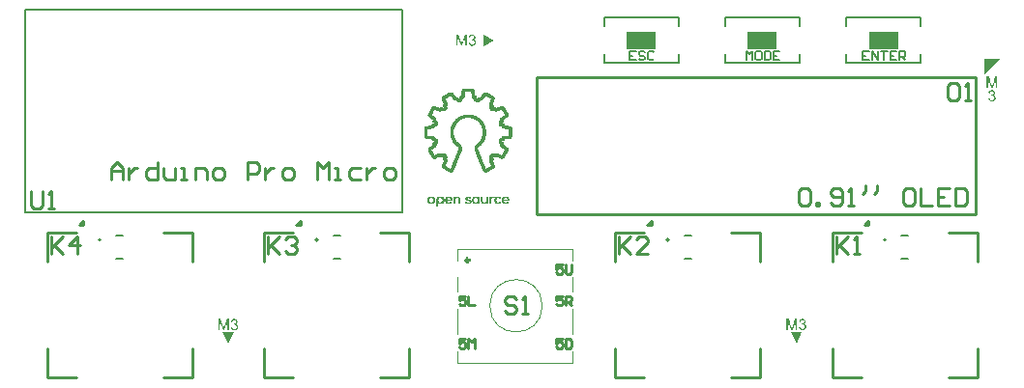
<source format=gto>
G04 Layer_Color=65535*
%FSLAX25Y25*%
%MOIN*%
G70*
G01*
G75*
%ADD11C,0.01000*%
%ADD25C,0.00787*%
%ADD26C,0.00394*%
%ADD27C,0.01181*%
%ADD28C,0.00100*%
%ADD29C,0.00700*%
%ADD30C,0.00500*%
%ADD31C,0.00433*%
%ADD32R,0.09842X0.05905*%
G36*
X301431Y272518D02*
X297624Y270625D01*
Y274416D01*
X301431Y272518D01*
D02*
G37*
G36*
X291985Y270703D02*
X291496D01*
Y273917D01*
X290375Y270703D01*
X289920D01*
X288810Y273972D01*
Y270703D01*
X288322D01*
Y274544D01*
X289082D01*
X289992Y271819D01*
Y271813D01*
X289998Y271802D01*
X290003Y271785D01*
X290015Y271758D01*
X290037Y271691D01*
X290065Y271608D01*
X290092Y271513D01*
X290125Y271419D01*
X290153Y271330D01*
X290176Y271252D01*
X290181Y271264D01*
X290187Y271291D01*
X290203Y271341D01*
X290225Y271408D01*
X290253Y271497D01*
X290292Y271602D01*
X290331Y271724D01*
X290381Y271869D01*
X291302Y274544D01*
X291985D01*
Y270703D01*
D02*
G37*
G36*
X293938Y274555D02*
X294010Y274544D01*
X294099Y274527D01*
X294199Y274499D01*
X294299Y274466D01*
X294399Y274422D01*
X294405D01*
X294410Y274416D01*
X294443Y274399D01*
X294493Y274366D01*
X294549Y274327D01*
X294616Y274272D01*
X294682Y274211D01*
X294749Y274138D01*
X294804Y274055D01*
X294810Y274044D01*
X294826Y274016D01*
X294849Y273966D01*
X294876Y273905D01*
X294904Y273833D01*
X294926Y273750D01*
X294943Y273656D01*
X294949Y273561D01*
Y273550D01*
Y273517D01*
X294943Y273472D01*
X294932Y273411D01*
X294915Y273339D01*
X294887Y273262D01*
X294854Y273184D01*
X294810Y273106D01*
X294804Y273095D01*
X294788Y273073D01*
X294754Y273034D01*
X294710Y272990D01*
X294654Y272940D01*
X294588Y272884D01*
X294510Y272834D01*
X294416Y272784D01*
X294421D01*
X294432Y272779D01*
X294449Y272773D01*
X294471Y272768D01*
X294532Y272745D01*
X294610Y272712D01*
X294699Y272668D01*
X294788Y272612D01*
X294871Y272540D01*
X294949Y272457D01*
X294954Y272446D01*
X294976Y272412D01*
X295009Y272357D01*
X295043Y272285D01*
X295076Y272196D01*
X295109Y272091D01*
X295132Y271968D01*
X295137Y271835D01*
Y271830D01*
Y271813D01*
Y271785D01*
X295132Y271752D01*
X295126Y271708D01*
X295115Y271658D01*
X295104Y271602D01*
X295093Y271541D01*
X295048Y271408D01*
X295015Y271336D01*
X294982Y271269D01*
X294937Y271197D01*
X294887Y271125D01*
X294832Y271053D01*
X294765Y270986D01*
X294760Y270981D01*
X294749Y270970D01*
X294726Y270953D01*
X294699Y270931D01*
X294665Y270903D01*
X294621Y270875D01*
X294571Y270842D01*
X294510Y270814D01*
X294449Y270781D01*
X294377Y270747D01*
X294305Y270720D01*
X294221Y270692D01*
X294133Y270670D01*
X294038Y270653D01*
X293944Y270642D01*
X293839Y270637D01*
X293789D01*
X293755Y270642D01*
X293711Y270648D01*
X293661Y270653D01*
X293605Y270664D01*
X293544Y270675D01*
X293411Y270709D01*
X293272Y270764D01*
X293200Y270797D01*
X293134Y270836D01*
X293067Y270886D01*
X293000Y270936D01*
X292995Y270942D01*
X292984Y270953D01*
X292967Y270970D01*
X292951Y270992D01*
X292923Y271019D01*
X292895Y271058D01*
X292862Y271097D01*
X292828Y271147D01*
X292795Y271203D01*
X292762Y271258D01*
X292701Y271391D01*
X292651Y271547D01*
X292634Y271630D01*
X292623Y271719D01*
X293095Y271780D01*
Y271774D01*
X293100Y271763D01*
X293106Y271741D01*
X293111Y271713D01*
X293117Y271680D01*
X293128Y271641D01*
X293156Y271558D01*
X293195Y271458D01*
X293245Y271363D01*
X293300Y271275D01*
X293367Y271197D01*
X293378Y271191D01*
X293400Y271169D01*
X293444Y271142D01*
X293500Y271114D01*
X293566Y271080D01*
X293650Y271053D01*
X293744Y271030D01*
X293844Y271025D01*
X293877D01*
X293899Y271030D01*
X293961Y271036D01*
X294038Y271053D01*
X294127Y271080D01*
X294221Y271119D01*
X294316Y271175D01*
X294405Y271252D01*
X294416Y271264D01*
X294443Y271297D01*
X294477Y271347D01*
X294521Y271413D01*
X294566Y271497D01*
X294599Y271591D01*
X294627Y271702D01*
X294638Y271824D01*
Y271830D01*
Y271841D01*
Y271858D01*
X294632Y271880D01*
X294627Y271941D01*
X294610Y272013D01*
X294588Y272102D01*
X294549Y272190D01*
X294493Y272279D01*
X294421Y272362D01*
X294410Y272374D01*
X294382Y272396D01*
X294338Y272429D01*
X294277Y272468D01*
X294199Y272507D01*
X294105Y272540D01*
X293999Y272562D01*
X293883Y272573D01*
X293833D01*
X293794Y272568D01*
X293744Y272562D01*
X293689Y272551D01*
X293622Y272540D01*
X293550Y272523D01*
X293605Y272940D01*
X293633D01*
X293655Y272934D01*
X293727D01*
X293789Y272945D01*
X293861Y272956D01*
X293944Y272973D01*
X294038Y273001D01*
X294127Y273040D01*
X294221Y273090D01*
X294227D01*
X294233Y273095D01*
X294260Y273117D01*
X294299Y273156D01*
X294343Y273206D01*
X294388Y273278D01*
X294427Y273361D01*
X294455Y273456D01*
X294466Y273511D01*
Y273572D01*
Y273578D01*
Y273584D01*
Y273617D01*
X294455Y273661D01*
X294443Y273722D01*
X294421Y273789D01*
X294393Y273861D01*
X294349Y273933D01*
X294288Y274000D01*
X294283Y274005D01*
X294255Y274027D01*
X294216Y274055D01*
X294166Y274089D01*
X294099Y274116D01*
X294022Y274144D01*
X293933Y274166D01*
X293833Y274172D01*
X293789D01*
X293739Y274161D01*
X293672Y274150D01*
X293600Y274127D01*
X293528Y274100D01*
X293450Y274055D01*
X293378Y274000D01*
X293372Y273994D01*
X293350Y273966D01*
X293317Y273928D01*
X293278Y273872D01*
X293239Y273800D01*
X293200Y273711D01*
X293167Y273606D01*
X293145Y273484D01*
X292673Y273567D01*
Y273572D01*
X292678Y273589D01*
X292684Y273611D01*
X292690Y273644D01*
X292701Y273683D01*
X292717Y273728D01*
X292751Y273833D01*
X292806Y273955D01*
X292873Y274077D01*
X292956Y274194D01*
X293061Y274299D01*
X293067Y274305D01*
X293078Y274311D01*
X293095Y274322D01*
X293117Y274338D01*
X293145Y274360D01*
X293184Y274383D01*
X293222Y274405D01*
X293272Y274433D01*
X293383Y274477D01*
X293511Y274521D01*
X293661Y274549D01*
X293739Y274560D01*
X293877D01*
X293938Y274555D01*
D02*
G37*
G36*
X473084Y255403D02*
X473156Y255392D01*
X473245Y255376D01*
X473345Y255348D01*
X473445Y255315D01*
X473545Y255270D01*
X473550D01*
X473556Y255265D01*
X473589Y255248D01*
X473639Y255215D01*
X473695Y255176D01*
X473761Y255120D01*
X473828Y255059D01*
X473895Y254987D01*
X473950Y254904D01*
X473956Y254893D01*
X473972Y254865D01*
X473994Y254815D01*
X474022Y254754D01*
X474050Y254682D01*
X474072Y254599D01*
X474089Y254504D01*
X474094Y254410D01*
Y254399D01*
Y254365D01*
X474089Y254321D01*
X474078Y254260D01*
X474061Y254188D01*
X474033Y254110D01*
X474000Y254032D01*
X473956Y253955D01*
X473950Y253944D01*
X473933Y253922D01*
X473900Y253883D01*
X473856Y253838D01*
X473800Y253788D01*
X473734Y253733D01*
X473656Y253683D01*
X473561Y253633D01*
X473567D01*
X473578Y253627D01*
X473595Y253622D01*
X473617Y253616D01*
X473678Y253594D01*
X473756Y253561D01*
X473845Y253516D01*
X473933Y253461D01*
X474017Y253389D01*
X474094Y253306D01*
X474100Y253294D01*
X474122Y253261D01*
X474155Y253206D01*
X474189Y253133D01*
X474222Y253045D01*
X474255Y252939D01*
X474277Y252817D01*
X474283Y252684D01*
Y252678D01*
Y252662D01*
Y252634D01*
X474277Y252601D01*
X474272Y252556D01*
X474261Y252506D01*
X474250Y252451D01*
X474239Y252390D01*
X474194Y252256D01*
X474161Y252184D01*
X474128Y252118D01*
X474083Y252046D01*
X474033Y251974D01*
X473978Y251901D01*
X473911Y251835D01*
X473906Y251829D01*
X473895Y251818D01*
X473872Y251801D01*
X473845Y251779D01*
X473811Y251751D01*
X473767Y251724D01*
X473717Y251690D01*
X473656Y251663D01*
X473595Y251629D01*
X473523Y251596D01*
X473451Y251568D01*
X473367Y251541D01*
X473279Y251518D01*
X473184Y251502D01*
X473090Y251491D01*
X472984Y251485D01*
X472934D01*
X472901Y251491D01*
X472857Y251496D01*
X472807Y251502D01*
X472751Y251513D01*
X472690Y251524D01*
X472557Y251557D01*
X472418Y251613D01*
X472346Y251646D01*
X472280Y251685D01*
X472213Y251735D01*
X472146Y251785D01*
X472141Y251790D01*
X472130Y251801D01*
X472113Y251818D01*
X472096Y251840D01*
X472069Y251868D01*
X472041Y251907D01*
X472008Y251946D01*
X471974Y251996D01*
X471941Y252051D01*
X471908Y252107D01*
X471847Y252240D01*
X471797Y252395D01*
X471780Y252479D01*
X471769Y252567D01*
X472241Y252628D01*
Y252623D01*
X472246Y252612D01*
X472252Y252590D01*
X472257Y252562D01*
X472263Y252529D01*
X472274Y252490D01*
X472302Y252406D01*
X472340Y252307D01*
X472391Y252212D01*
X472446Y252123D01*
X472513Y252046D01*
X472524Y252040D01*
X472546Y252018D01*
X472590Y251990D01*
X472646Y251962D01*
X472712Y251929D01*
X472796Y251901D01*
X472890Y251879D01*
X472990Y251874D01*
X473023D01*
X473045Y251879D01*
X473106Y251885D01*
X473184Y251901D01*
X473273Y251929D01*
X473367Y251968D01*
X473462Y252023D01*
X473550Y252101D01*
X473561Y252112D01*
X473589Y252146D01*
X473623Y252196D01*
X473667Y252262D01*
X473711Y252345D01*
X473745Y252440D01*
X473772Y252551D01*
X473783Y252673D01*
Y252678D01*
Y252689D01*
Y252706D01*
X473778Y252728D01*
X473772Y252789D01*
X473756Y252861D01*
X473734Y252950D01*
X473695Y253039D01*
X473639Y253128D01*
X473567Y253211D01*
X473556Y253222D01*
X473528Y253244D01*
X473484Y253278D01*
X473423Y253317D01*
X473345Y253355D01*
X473251Y253389D01*
X473145Y253411D01*
X473029Y253422D01*
X472979D01*
X472940Y253416D01*
X472890Y253411D01*
X472834Y253400D01*
X472768Y253389D01*
X472696Y253372D01*
X472751Y253788D01*
X472779D01*
X472801Y253783D01*
X472873D01*
X472934Y253794D01*
X473006Y253805D01*
X473090Y253822D01*
X473184Y253849D01*
X473273Y253888D01*
X473367Y253938D01*
X473373D01*
X473378Y253944D01*
X473406Y253966D01*
X473445Y254005D01*
X473489Y254055D01*
X473534Y254127D01*
X473573Y254210D01*
X473600Y254305D01*
X473611Y254360D01*
Y254421D01*
Y254427D01*
Y254432D01*
Y254465D01*
X473600Y254510D01*
X473589Y254571D01*
X473567Y254638D01*
X473539Y254710D01*
X473495Y254782D01*
X473434Y254848D01*
X473428Y254854D01*
X473401Y254876D01*
X473362Y254904D01*
X473312Y254937D01*
X473245Y254965D01*
X473168Y254993D01*
X473079Y255015D01*
X472979Y255020D01*
X472934D01*
X472884Y255009D01*
X472818Y254998D01*
X472746Y254976D01*
X472674Y254948D01*
X472596Y254904D01*
X472524Y254848D01*
X472518Y254843D01*
X472496Y254815D01*
X472463Y254776D01*
X472424Y254721D01*
X472385Y254649D01*
X472346Y254560D01*
X472313Y254454D01*
X472291Y254332D01*
X471819Y254415D01*
Y254421D01*
X471824Y254438D01*
X471830Y254460D01*
X471836Y254493D01*
X471847Y254532D01*
X471863Y254576D01*
X471897Y254682D01*
X471952Y254804D01*
X472019Y254926D01*
X472102Y255043D01*
X472207Y255148D01*
X472213Y255154D01*
X472224Y255159D01*
X472241Y255170D01*
X472263Y255187D01*
X472291Y255209D01*
X472329Y255231D01*
X472368Y255254D01*
X472418Y255281D01*
X472529Y255326D01*
X472657Y255370D01*
X472807Y255398D01*
X472884Y255409D01*
X473023D01*
X473084Y255403D01*
D02*
G37*
G36*
X474857Y256177D02*
X474369D01*
Y259390D01*
X473248Y256177D01*
X472793D01*
X471683Y259446D01*
Y256177D01*
X471194D01*
Y260018D01*
X471955D01*
X472865Y257293D01*
Y257287D01*
X472870Y257276D01*
X472876Y257259D01*
X472887Y257232D01*
X472909Y257165D01*
X472937Y257082D01*
X472965Y256987D01*
X472998Y256893D01*
X473026Y256804D01*
X473048Y256727D01*
X473054Y256738D01*
X473059Y256765D01*
X473076Y256815D01*
X473098Y256882D01*
X473126Y256971D01*
X473165Y257076D01*
X473204Y257198D01*
X473253Y257343D01*
X474175Y260018D01*
X474857D01*
Y256177D01*
D02*
G37*
G36*
X470345Y260786D02*
Y266142D01*
X475707D01*
X470345Y260786D01*
D02*
G37*
G36*
X209736Y167997D02*
X207876Y171710D01*
X211601D01*
X209736Y167997D01*
D02*
G37*
G36*
X209994Y172544D02*
X209505D01*
Y175758D01*
X208384Y172544D01*
X207929D01*
X206819Y175813D01*
Y172544D01*
X206331D01*
Y176385D01*
X207091D01*
X208001Y173660D01*
Y173654D01*
X208007Y173643D01*
X208013Y173627D01*
X208024Y173599D01*
X208046Y173532D01*
X208073Y173449D01*
X208101Y173355D01*
X208135Y173260D01*
X208162Y173171D01*
X208185Y173094D01*
X208190Y173105D01*
X208196Y173133D01*
X208212Y173183D01*
X208235Y173249D01*
X208262Y173338D01*
X208301Y173443D01*
X208340Y173565D01*
X208390Y173710D01*
X209311Y176385D01*
X209994D01*
Y172544D01*
D02*
G37*
G36*
X211947Y176396D02*
X212020Y176385D01*
X212108Y176368D01*
X212208Y176340D01*
X212308Y176307D01*
X212408Y176263D01*
X212414D01*
X212419Y176257D01*
X212453Y176241D01*
X212502Y176207D01*
X212558Y176169D01*
X212625Y176113D01*
X212691Y176052D01*
X212758Y175980D01*
X212813Y175897D01*
X212819Y175885D01*
X212835Y175858D01*
X212858Y175808D01*
X212885Y175747D01*
X212913Y175674D01*
X212935Y175591D01*
X212952Y175497D01*
X212958Y175403D01*
Y175391D01*
Y175358D01*
X212952Y175314D01*
X212941Y175253D01*
X212924Y175181D01*
X212896Y175103D01*
X212863Y175025D01*
X212819Y174948D01*
X212813Y174936D01*
X212797Y174914D01*
X212763Y174875D01*
X212719Y174831D01*
X212663Y174781D01*
X212597Y174725D01*
X212519Y174676D01*
X212425Y174626D01*
X212430D01*
X212441Y174620D01*
X212458Y174615D01*
X212480Y174609D01*
X212541Y174587D01*
X212619Y174553D01*
X212708Y174509D01*
X212797Y174453D01*
X212880Y174381D01*
X212958Y174298D01*
X212963Y174287D01*
X212985Y174254D01*
X213019Y174198D01*
X213052Y174126D01*
X213085Y174037D01*
X213119Y173932D01*
X213141Y173810D01*
X213146Y173677D01*
Y173671D01*
Y173654D01*
Y173627D01*
X213141Y173593D01*
X213135Y173549D01*
X213124Y173499D01*
X213113Y173443D01*
X213102Y173382D01*
X213057Y173249D01*
X213024Y173177D01*
X212991Y173110D01*
X212946Y173038D01*
X212896Y172966D01*
X212841Y172894D01*
X212774Y172827D01*
X212769Y172822D01*
X212758Y172811D01*
X212736Y172794D01*
X212708Y172772D01*
X212674Y172744D01*
X212630Y172716D01*
X212580Y172683D01*
X212519Y172655D01*
X212458Y172622D01*
X212386Y172589D01*
X212314Y172561D01*
X212230Y172533D01*
X212142Y172511D01*
X212047Y172494D01*
X211953Y172483D01*
X211847Y172478D01*
X211798D01*
X211764Y172483D01*
X211720Y172489D01*
X211670Y172494D01*
X211614Y172505D01*
X211553Y172517D01*
X211420Y172550D01*
X211281Y172605D01*
X211209Y172639D01*
X211143Y172678D01*
X211076Y172728D01*
X211010Y172777D01*
X211004Y172783D01*
X210993Y172794D01*
X210976Y172811D01*
X210960Y172833D01*
X210932Y172861D01*
X210904Y172899D01*
X210871Y172938D01*
X210837Y172988D01*
X210804Y173044D01*
X210771Y173099D01*
X210710Y173232D01*
X210660Y173388D01*
X210643Y173471D01*
X210632Y173560D01*
X211104Y173621D01*
Y173616D01*
X211109Y173604D01*
X211115Y173582D01*
X211121Y173554D01*
X211126Y173521D01*
X211137Y173482D01*
X211165Y173399D01*
X211204Y173299D01*
X211254Y173205D01*
X211309Y173116D01*
X211376Y173038D01*
X211387Y173033D01*
X211409Y173011D01*
X211454Y172983D01*
X211509Y172955D01*
X211576Y172922D01*
X211659Y172894D01*
X211753Y172872D01*
X211853Y172866D01*
X211886D01*
X211909Y172872D01*
X211970Y172877D01*
X212047Y172894D01*
X212136Y172922D01*
X212230Y172961D01*
X212325Y173016D01*
X212414Y173094D01*
X212425Y173105D01*
X212453Y173138D01*
X212486Y173188D01*
X212530Y173255D01*
X212575Y173338D01*
X212608Y173432D01*
X212636Y173543D01*
X212647Y173665D01*
Y173671D01*
Y173682D01*
Y173699D01*
X212641Y173721D01*
X212636Y173782D01*
X212619Y173854D01*
X212597Y173943D01*
X212558Y174032D01*
X212502Y174120D01*
X212430Y174204D01*
X212419Y174215D01*
X212391Y174237D01*
X212347Y174270D01*
X212286Y174309D01*
X212208Y174348D01*
X212114Y174381D01*
X212009Y174404D01*
X211892Y174415D01*
X211842D01*
X211803Y174409D01*
X211753Y174404D01*
X211698Y174392D01*
X211631Y174381D01*
X211559Y174365D01*
X211614Y174781D01*
X211642D01*
X211664Y174775D01*
X211736D01*
X211798Y174786D01*
X211870Y174798D01*
X211953Y174814D01*
X212047Y174842D01*
X212136Y174881D01*
X212230Y174931D01*
X212236D01*
X212242Y174936D01*
X212269Y174959D01*
X212308Y174997D01*
X212353Y175047D01*
X212397Y175119D01*
X212436Y175203D01*
X212464Y175297D01*
X212475Y175353D01*
Y175414D01*
Y175419D01*
Y175425D01*
Y175458D01*
X212464Y175503D01*
X212453Y175564D01*
X212430Y175630D01*
X212403Y175702D01*
X212358Y175774D01*
X212297Y175841D01*
X212292Y175847D01*
X212264Y175869D01*
X212225Y175897D01*
X212175Y175930D01*
X212108Y175958D01*
X212031Y175985D01*
X211942Y176007D01*
X211842Y176013D01*
X211798D01*
X211748Y176002D01*
X211681Y175991D01*
X211609Y175969D01*
X211537Y175941D01*
X211459Y175897D01*
X211387Y175841D01*
X211381Y175836D01*
X211359Y175808D01*
X211326Y175769D01*
X211287Y175713D01*
X211248Y175641D01*
X211209Y175552D01*
X211176Y175447D01*
X211154Y175325D01*
X210682Y175408D01*
Y175414D01*
X210688Y175430D01*
X210693Y175452D01*
X210699Y175486D01*
X210710Y175525D01*
X210726Y175569D01*
X210760Y175674D01*
X210815Y175797D01*
X210882Y175919D01*
X210965Y176035D01*
X211070Y176141D01*
X211076Y176146D01*
X211087Y176152D01*
X211104Y176163D01*
X211126Y176180D01*
X211154Y176202D01*
X211193Y176224D01*
X211231Y176246D01*
X211281Y176274D01*
X211392Y176318D01*
X211520Y176363D01*
X211670Y176391D01*
X211748Y176402D01*
X211886D01*
X211947Y176396D01*
D02*
G37*
G36*
X405602Y167997D02*
X403743Y171710D01*
X407467D01*
X405602Y167997D01*
D02*
G37*
G36*
X405860Y172544D02*
X405372D01*
Y175758D01*
X404250Y172544D01*
X403795D01*
X402685Y175813D01*
Y172544D01*
X402197D01*
Y176385D01*
X402957D01*
X403867Y173660D01*
Y173654D01*
X403873Y173643D01*
X403879Y173627D01*
X403890Y173599D01*
X403912Y173532D01*
X403940Y173449D01*
X403967Y173355D01*
X404001Y173260D01*
X404029Y173171D01*
X404051Y173094D01*
X404056Y173105D01*
X404062Y173133D01*
X404078Y173183D01*
X404101Y173249D01*
X404128Y173338D01*
X404167Y173443D01*
X404206Y173565D01*
X404256Y173710D01*
X405177Y176385D01*
X405860D01*
Y172544D01*
D02*
G37*
G36*
X407814Y176396D02*
X407886Y176385D01*
X407974Y176368D01*
X408074Y176340D01*
X408174Y176307D01*
X408274Y176263D01*
X408280D01*
X408285Y176257D01*
X408319Y176241D01*
X408369Y176207D01*
X408424Y176169D01*
X408491Y176113D01*
X408557Y176052D01*
X408624Y175980D01*
X408679Y175897D01*
X408685Y175885D01*
X408702Y175858D01*
X408724Y175808D01*
X408751Y175747D01*
X408779Y175674D01*
X408802Y175591D01*
X408818Y175497D01*
X408824Y175403D01*
Y175391D01*
Y175358D01*
X408818Y175314D01*
X408807Y175253D01*
X408790Y175181D01*
X408763Y175103D01*
X408729Y175025D01*
X408685Y174948D01*
X408679Y174936D01*
X408663Y174914D01*
X408629Y174875D01*
X408585Y174831D01*
X408530Y174781D01*
X408463Y174725D01*
X408385Y174676D01*
X408291Y174626D01*
X408296D01*
X408308Y174620D01*
X408324Y174615D01*
X408346Y174609D01*
X408407Y174587D01*
X408485Y174553D01*
X408574Y174509D01*
X408663Y174453D01*
X408746Y174381D01*
X408824Y174298D01*
X408829Y174287D01*
X408851Y174254D01*
X408885Y174198D01*
X408918Y174126D01*
X408951Y174037D01*
X408985Y173932D01*
X409007Y173810D01*
X409012Y173677D01*
Y173671D01*
Y173654D01*
Y173627D01*
X409007Y173593D01*
X409001Y173549D01*
X408990Y173499D01*
X408979Y173443D01*
X408968Y173382D01*
X408924Y173249D01*
X408890Y173177D01*
X408857Y173110D01*
X408813Y173038D01*
X408763Y172966D01*
X408707Y172894D01*
X408640Y172827D01*
X408635Y172822D01*
X408624Y172811D01*
X408602Y172794D01*
X408574Y172772D01*
X408541Y172744D01*
X408496Y172716D01*
X408446Y172683D01*
X408385Y172655D01*
X408324Y172622D01*
X408252Y172589D01*
X408180Y172561D01*
X408097Y172533D01*
X408008Y172511D01*
X407913Y172494D01*
X407819Y172483D01*
X407714Y172478D01*
X407664D01*
X407630Y172483D01*
X407586Y172489D01*
X407536Y172494D01*
X407481Y172505D01*
X407419Y172517D01*
X407286Y172550D01*
X407148Y172605D01*
X407075Y172639D01*
X407009Y172678D01*
X406942Y172728D01*
X406876Y172777D01*
X406870Y172783D01*
X406859Y172794D01*
X406842Y172811D01*
X406826Y172833D01*
X406798Y172861D01*
X406770Y172899D01*
X406737Y172938D01*
X406704Y172988D01*
X406670Y173044D01*
X406637Y173099D01*
X406576Y173232D01*
X406526Y173388D01*
X406509Y173471D01*
X406498Y173560D01*
X406970Y173621D01*
Y173616D01*
X406976Y173604D01*
X406981Y173582D01*
X406987Y173554D01*
X406992Y173521D01*
X407003Y173482D01*
X407031Y173399D01*
X407070Y173299D01*
X407120Y173205D01*
X407175Y173116D01*
X407242Y173038D01*
X407253Y173033D01*
X407275Y173011D01*
X407320Y172983D01*
X407375Y172955D01*
X407442Y172922D01*
X407525Y172894D01*
X407619Y172872D01*
X407719Y172866D01*
X407753D01*
X407775Y172872D01*
X407836Y172877D01*
X407913Y172894D01*
X408002Y172922D01*
X408097Y172961D01*
X408191Y173016D01*
X408280Y173094D01*
X408291Y173105D01*
X408319Y173138D01*
X408352Y173188D01*
X408396Y173255D01*
X408441Y173338D01*
X408474Y173432D01*
X408502Y173543D01*
X408513Y173665D01*
Y173671D01*
Y173682D01*
Y173699D01*
X408507Y173721D01*
X408502Y173782D01*
X408485Y173854D01*
X408463Y173943D01*
X408424Y174032D01*
X408369Y174120D01*
X408296Y174204D01*
X408285Y174215D01*
X408258Y174237D01*
X408213Y174270D01*
X408152Y174309D01*
X408074Y174348D01*
X407980Y174381D01*
X407875Y174404D01*
X407758Y174415D01*
X407708D01*
X407669Y174409D01*
X407619Y174404D01*
X407564Y174392D01*
X407497Y174381D01*
X407425Y174365D01*
X407481Y174781D01*
X407508D01*
X407530Y174775D01*
X407603D01*
X407664Y174786D01*
X407736Y174798D01*
X407819Y174814D01*
X407913Y174842D01*
X408002Y174881D01*
X408097Y174931D01*
X408102D01*
X408108Y174936D01*
X408136Y174959D01*
X408174Y174997D01*
X408219Y175047D01*
X408263Y175119D01*
X408302Y175203D01*
X408330Y175297D01*
X408341Y175353D01*
Y175414D01*
Y175419D01*
Y175425D01*
Y175458D01*
X408330Y175503D01*
X408319Y175564D01*
X408296Y175630D01*
X408269Y175702D01*
X408224Y175774D01*
X408163Y175841D01*
X408158Y175847D01*
X408130Y175869D01*
X408091Y175897D01*
X408041Y175930D01*
X407974Y175958D01*
X407897Y175985D01*
X407808Y176007D01*
X407708Y176013D01*
X407664D01*
X407614Y176002D01*
X407547Y175991D01*
X407475Y175969D01*
X407403Y175941D01*
X407325Y175897D01*
X407253Y175841D01*
X407247Y175836D01*
X407225Y175808D01*
X407192Y175769D01*
X407153Y175713D01*
X407114Y175641D01*
X407075Y175552D01*
X407042Y175447D01*
X407020Y175325D01*
X406548Y175408D01*
Y175414D01*
X406554Y175430D01*
X406559Y175452D01*
X406565Y175486D01*
X406576Y175525D01*
X406593Y175569D01*
X406626Y175674D01*
X406681Y175797D01*
X406748Y175919D01*
X406831Y176035D01*
X406937Y176141D01*
X406942Y176146D01*
X406953Y176152D01*
X406970Y176163D01*
X406992Y176180D01*
X407020Y176202D01*
X407059Y176224D01*
X407098Y176246D01*
X407148Y176274D01*
X407259Y176318D01*
X407386Y176363D01*
X407536Y176391D01*
X407614Y176402D01*
X407753D01*
X407814Y176396D01*
D02*
G37*
D11*
X315945Y212598D02*
Y259842D01*
Y212598D02*
X467520D01*
Y259842D01*
X315945D02*
X467520D01*
X458011Y206202D02*
X468011D01*
X418011Y156202D02*
Y166202D01*
Y156202D02*
X428011D01*
X458011D02*
X468011D01*
Y166202D01*
X458011Y206202D02*
X468011D01*
Y196202D02*
Y206202D01*
X418011Y196202D02*
Y206202D01*
X458011D02*
X468011D01*
X458011D02*
X468011D01*
X429011Y208702D02*
X430511Y210202D01*
Y208702D02*
Y210202D01*
X429011Y208702D02*
X430511D01*
X418011Y206202D02*
X428011D01*
X429011Y208702D02*
X430511Y210202D01*
X429011Y208702D02*
X430511Y210202D01*
Y208702D02*
Y210202D01*
X429011Y208702D02*
X430511D01*
X429011D02*
X430511Y210202D01*
X468011Y196202D02*
Y206202D01*
X383208D02*
X393208D01*
X343208Y156202D02*
Y166202D01*
Y156202D02*
X353207D01*
X383208D02*
X393208D01*
Y166202D01*
X383208Y206202D02*
X393208D01*
Y196202D02*
Y206202D01*
X343208Y196202D02*
Y206202D01*
X383208D02*
X393208D01*
X383208D02*
X393208D01*
X354207Y208702D02*
X355708Y210202D01*
Y208702D02*
Y210202D01*
X354207Y208702D02*
X355708D01*
X343208Y206202D02*
X353207D01*
X354207Y208702D02*
X355708Y210202D01*
X354207Y208702D02*
X355708Y210202D01*
Y208702D02*
Y210202D01*
X354207Y208702D02*
X355708D01*
X354207D02*
X355708Y210202D01*
X393208Y196202D02*
Y206202D01*
X262144D02*
X272145D01*
X222145Y156202D02*
Y166202D01*
Y156202D02*
X232144D01*
X262144D02*
X272145D01*
Y166202D01*
X262144Y206202D02*
X272145D01*
Y196202D02*
Y206202D01*
X222145Y196202D02*
Y206202D01*
X262144D02*
X272145D01*
X262144D02*
X272145D01*
X233144Y208702D02*
X234645Y210202D01*
Y208702D02*
Y210202D01*
X233144Y208702D02*
X234645D01*
X222145Y206202D02*
X232144D01*
X233144Y208702D02*
X234645Y210202D01*
X233144Y208702D02*
X234645Y210202D01*
Y208702D02*
Y210202D01*
X233144Y208702D02*
X234645D01*
X233144D02*
X234645Y210202D01*
X272145Y196202D02*
Y206202D01*
X187341D02*
X197341D01*
X147341Y156202D02*
Y166202D01*
Y156202D02*
X157341D01*
X187341D02*
X197341D01*
Y166202D01*
X187341Y206202D02*
X197341D01*
Y196202D02*
Y206202D01*
X147341Y196202D02*
Y206202D01*
X187341D02*
X197341D01*
X187341D02*
X197341D01*
X158341Y208702D02*
X159841Y210202D01*
Y208702D02*
Y210202D01*
X158341Y208702D02*
X159841D01*
X147341Y206202D02*
X157341D01*
X158341Y208702D02*
X159841Y210202D01*
X158341Y208702D02*
X159841Y210202D01*
Y208702D02*
Y210202D01*
X158341Y208702D02*
X159841D01*
X158341D02*
X159841Y210202D01*
X197341Y196202D02*
Y206202D01*
X141732Y220565D02*
Y215567D01*
X142732Y214567D01*
X144731D01*
X145731Y215567D01*
Y220565D01*
X147730Y214567D02*
X149730D01*
X148730D01*
Y220565D01*
X147730Y219565D01*
X460676Y257967D02*
X458677D01*
X457677Y256967D01*
Y252968D01*
X458677Y251969D01*
X460676D01*
X461676Y252968D01*
Y256967D01*
X460676Y257967D01*
X463675Y251969D02*
X465675D01*
X464675D01*
Y257967D01*
X463675Y256967D01*
X148622Y204817D02*
Y198819D01*
Y200818D01*
X152621Y204817D01*
X149622Y201818D01*
X152621Y198819D01*
X157619D02*
Y204817D01*
X154620Y201818D01*
X158619D01*
X223425Y204817D02*
Y198819D01*
Y200818D01*
X227424Y204817D01*
X224425Y201818D01*
X227424Y198819D01*
X229423Y203817D02*
X230423Y204817D01*
X232422D01*
X233422Y203817D01*
Y202818D01*
X232422Y201818D01*
X231423D01*
X232422D01*
X233422Y200818D01*
Y199819D01*
X232422Y198819D01*
X230423D01*
X229423Y199819D01*
X344488Y204817D02*
Y198819D01*
Y200818D01*
X348487Y204817D01*
X345488Y201818D01*
X348487Y198819D01*
X354485D02*
X350486D01*
X354485Y202818D01*
Y203817D01*
X353485Y204817D01*
X351486D01*
X350486Y203817D01*
X419291Y204817D02*
Y198819D01*
Y200818D01*
X423290Y204817D01*
X420291Y201818D01*
X423290Y198819D01*
X425289D02*
X427289D01*
X426289D01*
Y204817D01*
X425289Y203817D01*
X309117Y183148D02*
X308117Y184148D01*
X306118D01*
X305118Y183148D01*
Y182148D01*
X306118Y181149D01*
X308117D01*
X309117Y180149D01*
Y179149D01*
X308117Y178150D01*
X306118D01*
X305118Y179149D01*
X311116Y178150D02*
X313116D01*
X312116D01*
Y184148D01*
X311116Y183148D01*
X406496Y220550D02*
X407496Y221549D01*
X409495D01*
X410495Y220550D01*
Y216551D01*
X409495Y215551D01*
X407496D01*
X406496Y216551D01*
Y220550D01*
X412494Y215551D02*
Y216551D01*
X413494D01*
Y215551D01*
X412494D01*
X417492Y216551D02*
X418492Y215551D01*
X420492D01*
X421491Y216551D01*
Y220550D01*
X420492Y221549D01*
X418492D01*
X417492Y220550D01*
Y219550D01*
X418492Y218550D01*
X421491D01*
X423491Y215551D02*
X425490D01*
X424490D01*
Y221549D01*
X423491Y220550D01*
X429489Y222549D02*
Y220550D01*
X428489Y219550D01*
X433487Y222549D02*
Y220550D01*
X432488Y219550D01*
X445483Y221549D02*
X443484D01*
X442484Y220550D01*
Y216551D01*
X443484Y215551D01*
X445483D01*
X446483Y216551D01*
Y220550D01*
X445483Y221549D01*
X448483D02*
Y215551D01*
X452481D01*
X458479Y221549D02*
X454481D01*
Y215551D01*
X458479D01*
X454481Y218550D02*
X456480D01*
X460479Y221549D02*
Y215551D01*
X463478D01*
X464477Y216551D01*
Y220550D01*
X463478Y221549D01*
X460479D01*
X169291Y224410D02*
Y228408D01*
X171291Y230408D01*
X173290Y228408D01*
Y224410D01*
Y227409D01*
X169291D01*
X175289Y228408D02*
Y224410D01*
Y226409D01*
X176289Y227409D01*
X177289Y228408D01*
X178288D01*
X185286Y230408D02*
Y224410D01*
X182287D01*
X181288Y225409D01*
Y227409D01*
X182287Y228408D01*
X185286D01*
X187285D02*
Y225409D01*
X188285Y224410D01*
X191284D01*
Y228408D01*
X193284Y224410D02*
X195283D01*
X194283D01*
Y228408D01*
X193284D01*
X198282Y224410D02*
Y228408D01*
X201281D01*
X202281Y227409D01*
Y224410D01*
X205280D02*
X207279D01*
X208279Y225409D01*
Y227409D01*
X207279Y228408D01*
X205280D01*
X204280Y227409D01*
Y225409D01*
X205280Y224410D01*
X216276D02*
Y230408D01*
X219275D01*
X220275Y229408D01*
Y227409D01*
X219275Y226409D01*
X216276D01*
X222274Y228408D02*
Y224410D01*
Y226409D01*
X223274Y227409D01*
X224273Y228408D01*
X225273D01*
X229272Y224410D02*
X231271D01*
X232271Y225409D01*
Y227409D01*
X231271Y228408D01*
X229272D01*
X228272Y227409D01*
Y225409D01*
X229272Y224410D01*
X240268D02*
Y230408D01*
X242268Y228408D01*
X244267Y230408D01*
Y224410D01*
X246266D02*
X248266D01*
X247266D01*
Y228408D01*
X246266D01*
X255263D02*
X252264D01*
X251265Y227409D01*
Y225409D01*
X252264Y224410D01*
X255263D01*
X257263Y228408D02*
Y224410D01*
Y226409D01*
X258263Y227409D01*
X259262Y228408D01*
X260262D01*
X264261Y224410D02*
X266260D01*
X267260Y225409D01*
Y227409D01*
X266260Y228408D01*
X264261D01*
X263261Y227409D01*
Y225409D01*
X264261Y224410D01*
X291469Y184251D02*
X289370D01*
Y182677D01*
X290420Y183201D01*
X290944D01*
X291469Y182677D01*
Y181627D01*
X290944Y181102D01*
X289895D01*
X289370Y181627D01*
X292519Y184251D02*
Y181102D01*
X294618D01*
X291469Y169487D02*
X289370D01*
Y167913D01*
X290420Y168438D01*
X290944D01*
X291469Y167913D01*
Y166863D01*
X290944Y166339D01*
X289895D01*
X289370Y166863D01*
X292519Y166339D02*
Y169487D01*
X293568Y168438D01*
X294618Y169487D01*
Y166339D01*
X324934Y169487D02*
X322835D01*
Y167913D01*
X323884Y168438D01*
X324409D01*
X324934Y167913D01*
Y166863D01*
X324409Y166339D01*
X323359D01*
X322835Y166863D01*
X325983Y169487D02*
Y166339D01*
X327557D01*
X328082Y166863D01*
Y168962D01*
X327557Y169487D01*
X325983D01*
X324934Y184251D02*
X322835D01*
Y182677D01*
X323884Y183201D01*
X324409D01*
X324934Y182677D01*
Y181627D01*
X324409Y181102D01*
X323359D01*
X322835Y181627D01*
X325983Y181102D02*
Y184251D01*
X327557D01*
X328082Y183726D01*
Y182677D01*
X327557Y182152D01*
X325983D01*
X327033D02*
X328082Y181102D01*
X324934Y195078D02*
X322835D01*
Y193503D01*
X323884Y194028D01*
X324409D01*
X324934Y193503D01*
Y192454D01*
X324409Y191929D01*
X323359D01*
X322835Y192454D01*
X325983Y195078D02*
Y192454D01*
X326508Y191929D01*
X327557D01*
X328082Y192454D01*
Y195078D01*
D25*
X436447Y203682D02*
G03*
X436447Y203682I-405J0D01*
G01*
X361644D02*
G03*
X361644Y203682I-405J0D01*
G01*
X240581D02*
G03*
X240581Y203682I-405J0D01*
G01*
X165778D02*
G03*
X165778Y203682I-405J0D01*
G01*
X350263Y268897D02*
X348164D01*
Y265748D01*
X350263D01*
X348164Y267322D02*
X349214D01*
X353412Y268372D02*
X352887Y268897D01*
X351837D01*
X351313Y268372D01*
Y267847D01*
X351837Y267322D01*
X352887D01*
X353412Y266798D01*
Y266273D01*
X352887Y265748D01*
X351837D01*
X351313Y266273D01*
X356560Y268372D02*
X356036Y268897D01*
X354986D01*
X354461Y268372D01*
Y266273D01*
X354986Y265748D01*
X356036D01*
X356560Y266273D01*
X388334Y265748D02*
Y268897D01*
X389384Y267847D01*
X390433Y268897D01*
Y265748D01*
X393057Y268897D02*
X392007D01*
X391483Y268372D01*
Y266273D01*
X392007Y265748D01*
X393057D01*
X393582Y266273D01*
Y268372D01*
X393057Y268897D01*
X394631D02*
Y265748D01*
X396206D01*
X396730Y266273D01*
Y268372D01*
X396206Y268897D01*
X394631D01*
X399879D02*
X397780D01*
Y265748D01*
X399879D01*
X397780Y267322D02*
X398829D01*
X430603Y268897D02*
X428504D01*
Y265748D01*
X430603D01*
X428504Y267322D02*
X429554D01*
X431653Y265748D02*
Y268897D01*
X433752Y265748D01*
Y268897D01*
X434801D02*
X436900D01*
X435851D01*
Y265748D01*
X440049Y268897D02*
X437950D01*
Y265748D01*
X440049D01*
X437950Y267322D02*
X438999D01*
X441098Y265748D02*
Y268897D01*
X442673D01*
X443197Y268372D01*
Y267322D01*
X442673Y266798D01*
X441098D01*
X442148D02*
X443197Y265748D01*
D26*
X318009Y180905D02*
G03*
X318009Y180905I-9055J0D01*
G01*
D27*
X292812Y196654D02*
G03*
X292812Y196644I-591J-5D01*
G01*
D28*
X290623Y255868D02*
X294023D01*
X290523Y255768D02*
X294123D01*
X290423Y255668D02*
X294223D01*
X290323Y255568D02*
X294323D01*
X290323Y255468D02*
X294323D01*
X290323Y255368D02*
X294323D01*
X290223Y255268D02*
X294423D01*
X290223Y255168D02*
X294423D01*
X290223Y255068D02*
X291123D01*
X293523D02*
X294423D01*
X290223Y254968D02*
X291123D01*
X293523D02*
X294423D01*
X290223Y254868D02*
X291123D01*
X293523D02*
X294423D01*
X290223Y254768D02*
X291123D01*
X293523D02*
X294423D01*
X286123Y254668D02*
X286523D01*
X290223D02*
X291123D01*
X293523D02*
X294423D01*
X298123D02*
X298523D01*
X285923Y254568D02*
X286723D01*
X290223D02*
X291023D01*
X293623D02*
X294423D01*
X297923D02*
X298723D01*
X285723Y254468D02*
X286923D01*
X290223D02*
X291023D01*
X293623D02*
X294423D01*
X297723D02*
X298923D01*
X285523Y254368D02*
X286923D01*
X290223D02*
X291023D01*
X293623D02*
X294423D01*
X297723D02*
X299123D01*
X285423Y254268D02*
X287023D01*
X290123D02*
X291023D01*
X293623D02*
X294523D01*
X297623D02*
X299223D01*
X285223Y254168D02*
X287123D01*
X290123D02*
X291023D01*
X293623D02*
X294523D01*
X297523D02*
X299423D01*
X285023Y254068D02*
X287223D01*
X290123D02*
X291023D01*
X293623D02*
X294523D01*
X297523D02*
X299623D01*
X284823Y253968D02*
X287223D01*
X290123D02*
X291023D01*
X293623D02*
X294523D01*
X297423D02*
X299823D01*
X284723Y253868D02*
X287323D01*
X290123D02*
X291023D01*
X293623D02*
X294523D01*
X297323D02*
X299923D01*
X284523Y253768D02*
X286223D01*
X286323D02*
X287423D01*
X290123D02*
X291023D01*
X293623D02*
X294523D01*
X297223D02*
X298323D01*
X298423D02*
X300123D01*
X284323Y253668D02*
X286123D01*
X286423D02*
X287423D01*
X290123D02*
X291023D01*
X293623D02*
X294523D01*
X297223D02*
X298223D01*
X298523D02*
X300323D01*
X284223Y253568D02*
X285923D01*
X286423D02*
X287523D01*
X290123D02*
X291023D01*
X293623D02*
X294523D01*
X297123D02*
X298223D01*
X298723D02*
X300423D01*
X284023Y253468D02*
X285723D01*
X286523D02*
X287623D01*
X290123D02*
X291023D01*
X293723D02*
X294523D01*
X297023D02*
X298123D01*
X298923D02*
X300623D01*
X283823Y253368D02*
X285523D01*
X286623D02*
X287623D01*
X289623D02*
X290923D01*
X293723D02*
X295023D01*
X297023D02*
X298023D01*
X299123D02*
X300823D01*
X283623Y253268D02*
X285423D01*
X286723D02*
X287723D01*
X289523D02*
X290923D01*
X293723D02*
X295123D01*
X296923D02*
X298023D01*
X299223D02*
X301023D01*
X283523Y253168D02*
X285223D01*
X286723D02*
X287823D01*
X289423D02*
X290923D01*
X293723D02*
X295223D01*
X296823D02*
X297923D01*
X299423D02*
X301123D01*
X283423Y253068D02*
X285023D01*
X286823D02*
X287923D01*
X289423D02*
X290923D01*
X293723D02*
X295223D01*
X296823D02*
X297823D01*
X299623D02*
X301223D01*
X283423Y252968D02*
X284923D01*
X286923D02*
X287923D01*
X288223D02*
X288723D01*
X289423D02*
X290823D01*
X293823D02*
X295223D01*
X295923D02*
X296423D01*
X296723D02*
X297723D01*
X299823D02*
X301223D01*
X283323Y252868D02*
X284723D01*
X286923D02*
X288823D01*
X289423D02*
X290823D01*
X293923D02*
X295223D01*
X295823D02*
X297723D01*
X299923D02*
X301323D01*
X283323Y252768D02*
X284523D01*
X287023D02*
X288823D01*
X289423D02*
X290623D01*
X294023D02*
X295223D01*
X295823D02*
X297623D01*
X300123D02*
X301323D01*
X283323Y252668D02*
X284323D01*
X287123D02*
X288923D01*
X289423D02*
X290523D01*
X294123D02*
X295223D01*
X295723D02*
X297523D01*
X300323D02*
X301323D01*
X283323Y252568D02*
X284223D01*
X287123D02*
X289023D01*
X289423D02*
X290323D01*
X294323D02*
X295223D01*
X295623D02*
X297523D01*
X300423D02*
X301323D01*
X283323Y252468D02*
X284223D01*
X287223D02*
X289023D01*
X289323D02*
X290323D01*
X294323D02*
X295323D01*
X295623D02*
X297423D01*
X300423D02*
X301323D01*
X283323Y252368D02*
X284323D01*
X287323D02*
X290323D01*
X294423D02*
X297323D01*
X300323D02*
X301323D01*
X283423Y252268D02*
X284323D01*
X287423D02*
X290223D01*
X294423D02*
X297223D01*
X300323D02*
X301223D01*
X283423Y252168D02*
X284423D01*
X287523D02*
X290223D01*
X294423D02*
X297123D01*
X300223D02*
X301223D01*
X283523Y252068D02*
X284423D01*
X287623D02*
X290123D01*
X294523D02*
X297023D01*
X300223D02*
X301123D01*
X283523Y251968D02*
X284523D01*
X288323D02*
X290123D01*
X294523D02*
X296323D01*
X300123D02*
X301123D01*
X283623Y251868D02*
X284523D01*
X288423D02*
X290023D01*
X294623D02*
X296223D01*
X300123D02*
X301023D01*
X283623Y251768D02*
X284623D01*
X288523D02*
X289923D01*
X294723D02*
X296123D01*
X300023D02*
X301023D01*
X283723Y251668D02*
X284623D01*
X288623D02*
X289723D01*
X294923D02*
X296023D01*
X300023D02*
X301023D01*
X283723Y251568D02*
X284723D01*
X288823D02*
X289323D01*
X295323D02*
X295823D01*
X299923D02*
X300923D01*
X283723Y251468D02*
X284723D01*
X299923D02*
X300923D01*
X283823Y251368D02*
X284823D01*
X299923D02*
X300823D01*
X283823Y251268D02*
X284823D01*
X299823D02*
X300823D01*
X283923Y251168D02*
X284823D01*
X299823D02*
X300723D01*
X283923Y251068D02*
X284923D01*
X299723D02*
X300723D01*
X284023Y250968D02*
X284923D01*
X299723D02*
X300623D01*
X284023Y250868D02*
X285023D01*
X299623D02*
X300623D01*
X284123Y250768D02*
X285023D01*
X299623D02*
X300523D01*
X284123Y250668D02*
X285023D01*
X299623D02*
X300523D01*
X284023Y250568D02*
X285023D01*
X299623D02*
X300623D01*
X283923Y250468D02*
X285023D01*
X299623D02*
X300723D01*
X283823Y250368D02*
X285023D01*
X299623D02*
X300823D01*
X283723Y250268D02*
X284923D01*
X299723D02*
X300923D01*
X283723Y250168D02*
X284923D01*
X299723D02*
X300923D01*
X283723Y250068D02*
X284823D01*
X299823D02*
X300923D01*
X283723Y249968D02*
X284823D01*
X299923D02*
X300923D01*
X280323Y249868D02*
X281023D01*
X283823D02*
X284823D01*
X299823D02*
X300823D01*
X303623D02*
X304323D01*
X280123Y249768D02*
X281223D01*
X283923D02*
X284823D01*
X299823D02*
X300823D01*
X303423D02*
X304523D01*
X280023Y249668D02*
X281423D01*
X283923D02*
X284923D01*
X299723D02*
X300723D01*
X303223D02*
X304623D01*
X280023Y249568D02*
X281623D01*
X284023D02*
X284923D01*
X299723D02*
X300623D01*
X303023D02*
X304623D01*
X279923Y249468D02*
X281923D01*
X282923D02*
X283423D01*
X284023D02*
X284923D01*
X299723D02*
X300623D01*
X301223D02*
X301723D01*
X302823D02*
X304723D01*
X279823Y249368D02*
X282123D01*
X282823D02*
X283523D01*
X283923D02*
X284923D01*
X299723D02*
X300723D01*
X301123D02*
X301823D01*
X302523D02*
X304823D01*
X279823Y249268D02*
X282323D01*
X282723D02*
X283723D01*
X283823D02*
X284923D01*
X299823D02*
X300823D01*
X300923D02*
X301923D01*
X302323D02*
X304823D01*
X279723Y249168D02*
X282523D01*
X282623D02*
X284823D01*
X299823D02*
X302023D01*
X302123D02*
X304923D01*
X279723Y249068D02*
X284823D01*
X299823D02*
X304923D01*
X279623Y248968D02*
X280623D01*
X280923D02*
X284723D01*
X299923D02*
X303723D01*
X304023D02*
X305023D01*
X279523Y248868D02*
X280523D01*
X281123D02*
X284623D01*
X300023D02*
X303523D01*
X304123D02*
X305123D01*
X279523Y248768D02*
X280523D01*
X281323D02*
X284523D01*
X300123D02*
X303323D01*
X304123D02*
X305123D01*
X279423Y248668D02*
X280423D01*
X281523D02*
X284423D01*
X300223D02*
X303123D01*
X304223D02*
X305223D01*
X279423Y248568D02*
X280423D01*
X281723D02*
X284323D01*
X300323D02*
X302923D01*
X304223D02*
X305223D01*
X279323Y248468D02*
X280323D01*
X281923D02*
X283223D01*
X283423D02*
X284223D01*
X300423D02*
X301223D01*
X301423D02*
X302723D01*
X304323D02*
X305323D01*
X279323Y248368D02*
X280323D01*
X282223D02*
X283123D01*
X283723D02*
X283823D01*
X300823D02*
X300923D01*
X301523D02*
X302423D01*
X304323D02*
X305323D01*
X279223Y248268D02*
X280223D01*
X282423D02*
X282823D01*
X301823D02*
X302223D01*
X304423D02*
X305423D01*
X279123Y248168D02*
X280223D01*
X304523D02*
X305523D01*
X279123Y248068D02*
X280123D01*
X304523D02*
X305523D01*
X279023Y247968D02*
X280023D01*
X304623D02*
X305623D01*
X279023Y247868D02*
X280023D01*
X304623D02*
X305623D01*
X278923Y247768D02*
X279923D01*
X304723D02*
X305723D01*
X278923Y247668D02*
X279923D01*
X304723D02*
X305723D01*
X278823Y247568D02*
X279823D01*
X304823D02*
X305823D01*
X278723Y247468D02*
X279723D01*
X304923D02*
X305923D01*
X278723Y247368D02*
X279723D01*
X304923D02*
X305923D01*
X278623Y247268D02*
X279623D01*
X305023D02*
X306023D01*
X278623Y247168D02*
X279623D01*
X305023D02*
X306023D01*
X278623Y247068D02*
X279523D01*
X305123D02*
X306023D01*
X278523Y246968D02*
X279523D01*
X291923D02*
X292823D01*
X305123D02*
X306123D01*
X278523Y246868D02*
X279623D01*
X291123D02*
X293523D01*
X305023D02*
X306123D01*
X278623Y246768D02*
X279723D01*
X290723D02*
X293923D01*
X304923D02*
X306023D01*
X278623Y246668D02*
X279923D01*
X290423D02*
X294223D01*
X304723D02*
X306023D01*
X278623Y246568D02*
X280023D01*
X290123D02*
X294523D01*
X304623D02*
X306023D01*
X278723Y246468D02*
X280223D01*
X289923D02*
X294723D01*
X304423D02*
X305923D01*
X278823Y246368D02*
X280323D01*
X289723D02*
X295023D01*
X304323D02*
X305823D01*
X278923Y246268D02*
X280423D01*
X289523D02*
X295223D01*
X304223D02*
X305723D01*
X279123Y246168D02*
X280623D01*
X289323D02*
X295323D01*
X304023D02*
X305523D01*
X279223Y246068D02*
X280723D01*
X289123D02*
X291623D01*
X293023D02*
X295523D01*
X303923D02*
X305423D01*
X279423Y245968D02*
X280923D01*
X289023D02*
X291123D01*
X293523D02*
X295623D01*
X303723D02*
X305223D01*
X279523Y245868D02*
X281023D01*
X288823D02*
X290723D01*
X293923D02*
X295823D01*
X303623D02*
X305123D01*
X279723Y245768D02*
X281123D01*
X288723D02*
X290423D01*
X294223D02*
X295923D01*
X303523D02*
X305023D01*
X279823Y245668D02*
X281123D01*
X288523D02*
X290223D01*
X294423D02*
X296123D01*
X303523D02*
X304823D01*
X279923Y245568D02*
X281223D01*
X288423D02*
X290023D01*
X294623D02*
X296223D01*
X303423D02*
X304723D01*
X280123Y245468D02*
X281223D01*
X288323D02*
X289823D01*
X294823D02*
X296323D01*
X303423D02*
X304523D01*
X280223Y245368D02*
X281223D01*
X288223D02*
X289623D01*
X295023D02*
X296423D01*
X303423D02*
X304423D01*
X280423Y245268D02*
X281223D01*
X288123D02*
X289523D01*
X295123D02*
X296523D01*
X303423D02*
X304323D01*
X280323Y245168D02*
X281223D01*
X288023D02*
X289323D01*
X295323D02*
X296623D01*
X303423D02*
X304323D01*
X280323Y245068D02*
X281223D01*
X287923D02*
X289223D01*
X295423D02*
X296723D01*
X303423D02*
X304323D01*
X280223Y244968D02*
X281323D01*
X287823D02*
X289123D01*
X295623D02*
X296823D01*
X303323D02*
X304423D01*
X280223Y244868D02*
X281423D01*
X287723D02*
X288923D01*
X295723D02*
X296923D01*
X303223D02*
X304423D01*
X280223Y244768D02*
X281523D01*
X287623D02*
X288823D01*
X295823D02*
X297023D01*
X303123D02*
X304423D01*
X280223Y244668D02*
X281623D01*
X287623D02*
X288723D01*
X295923D02*
X297023D01*
X303023D02*
X304423D01*
X280323Y244568D02*
X281623D01*
X287523D02*
X288623D01*
X296023D02*
X297123D01*
X303023D02*
X304323D01*
X280423Y244468D02*
X281723D01*
X287423D02*
X288523D01*
X296123D02*
X297223D01*
X302923D02*
X304223D01*
X280623Y244368D02*
X281723D01*
X287323D02*
X288423D01*
X296223D02*
X297323D01*
X302923D02*
X304023D01*
X280723Y244268D02*
X281723D01*
X287323D02*
X288323D01*
X296323D02*
X297323D01*
X302923D02*
X303923D01*
X280823Y244168D02*
X281723D01*
X287223D02*
X288323D01*
X296323D02*
X297423D01*
X302923D02*
X303823D01*
X280823Y244068D02*
X281723D01*
X287123D02*
X288223D01*
X296423D02*
X297523D01*
X302923D02*
X303823D01*
X280823Y243968D02*
X281723D01*
X287123D02*
X288123D01*
X296523D02*
X297523D01*
X302923D02*
X303823D01*
X280723Y243868D02*
X281723D01*
X287023D02*
X288023D01*
X296623D02*
X297623D01*
X303023D02*
X303923D01*
X280023Y243768D02*
X281623D01*
X287023D02*
X288023D01*
X296623D02*
X297623D01*
X303023D02*
X304623D01*
X279923Y243668D02*
X281623D01*
X286923D02*
X287923D01*
X296723D02*
X297723D01*
X303023D02*
X304723D01*
X279923Y243568D02*
X281623D01*
X286923D02*
X287923D01*
X296823D02*
X297723D01*
X303023D02*
X304823D01*
X279823Y243468D02*
X281523D01*
X286823D02*
X287823D01*
X296823D02*
X297823D01*
X303123D02*
X304823D01*
X279823Y243368D02*
X281523D01*
X286823D02*
X287723D01*
X296923D02*
X297823D01*
X303123D02*
X304823D01*
X279823Y243268D02*
X281423D01*
X286723D02*
X287723D01*
X296923D02*
X297923D01*
X303223D02*
X304823D01*
X279823Y243168D02*
X281323D01*
X286723D02*
X287623D01*
X297023D02*
X297923D01*
X303323D02*
X304823D01*
X278623Y243068D02*
X281123D01*
X286623D02*
X287623D01*
X297023D02*
X298023D01*
X303523D02*
X306023D01*
X277823Y242968D02*
X280723D01*
X286623D02*
X287623D01*
X297123D02*
X298023D01*
X303923D02*
X306823D01*
X277623Y242868D02*
X280623D01*
X286623D02*
X287523D01*
X297123D02*
X298023D01*
X304023D02*
X307023D01*
X277523Y242768D02*
X280623D01*
X286523D02*
X287523D01*
X297123D02*
X298023D01*
X304023D02*
X307123D01*
X277423Y242668D02*
X280523D01*
X286523D02*
X287423D01*
X297223D02*
X298123D01*
X304123D02*
X307223D01*
X277423Y242568D02*
X280523D01*
X286523D02*
X287423D01*
X297223D02*
X298123D01*
X304123D02*
X307223D01*
X277323Y242468D02*
X280323D01*
X286523D02*
X287423D01*
X297223D02*
X298123D01*
X304323D02*
X307323D01*
X277323Y242368D02*
X280223D01*
X286423D02*
X287323D01*
X297323D02*
X298223D01*
X304423D02*
X307323D01*
X277323Y242268D02*
X279423D01*
X286423D02*
X287323D01*
X297323D02*
X298223D01*
X305223D02*
X307323D01*
X277323Y242168D02*
X278323D01*
X286423D02*
X287323D01*
X297323D02*
X298223D01*
X306423D02*
X307323D01*
X277323Y242068D02*
X278223D01*
X286423D02*
X287323D01*
X297423D02*
X298223D01*
X306423D02*
X307323D01*
X277323Y241968D02*
X278223D01*
X286423D02*
X287223D01*
X297423D02*
X298323D01*
X306423D02*
X307323D01*
X277323Y241868D02*
X278223D01*
X286323D02*
X287223D01*
X297423D02*
X298323D01*
X306423D02*
X307323D01*
X277323Y241768D02*
X278223D01*
X286323D02*
X287223D01*
X297423D02*
X298323D01*
X306423D02*
X307323D01*
X277323Y241668D02*
X278223D01*
X286323D02*
X287223D01*
X297423D02*
X298323D01*
X306423D02*
X307323D01*
X277323Y241568D02*
X278223D01*
X286323D02*
X287223D01*
X297423D02*
X298323D01*
X306423D02*
X307323D01*
X277323Y241468D02*
X278223D01*
X286323D02*
X287223D01*
X297423D02*
X298323D01*
X306423D02*
X307323D01*
X277323Y241368D02*
X278223D01*
X286323D02*
X287223D01*
X297523D02*
X298323D01*
X306423D02*
X307323D01*
X277323Y241268D02*
X278223D01*
X286323D02*
X287123D01*
X297523D02*
X298323D01*
X306423D02*
X307323D01*
X277323Y241168D02*
X278223D01*
X286323D02*
X287123D01*
X297523D02*
X298323D01*
X306423D02*
X307323D01*
X277323Y241068D02*
X278223D01*
X286323D02*
X287123D01*
X297523D02*
X298323D01*
X306423D02*
X307323D01*
X277323Y240968D02*
X278223D01*
X286323D02*
X287123D01*
X297523D02*
X298323D01*
X306423D02*
X307323D01*
X277323Y240868D02*
X278223D01*
X286323D02*
X287123D01*
X297523D02*
X298323D01*
X306423D02*
X307323D01*
X277323Y240768D02*
X278223D01*
X286323D02*
X287123D01*
X297523D02*
X298323D01*
X306423D02*
X307323D01*
X277323Y240668D02*
X278223D01*
X286323D02*
X287123D01*
X297523D02*
X298323D01*
X306423D02*
X307323D01*
X277323Y240568D02*
X278223D01*
X286323D02*
X287123D01*
X297523D02*
X298323D01*
X306423D02*
X307323D01*
X277323Y240468D02*
X278223D01*
X286323D02*
X287223D01*
X297523D02*
X298323D01*
X306423D02*
X307323D01*
X277323Y240368D02*
X278223D01*
X286323D02*
X287223D01*
X297423D02*
X298323D01*
X306423D02*
X307323D01*
X277323Y240268D02*
X278223D01*
X286323D02*
X287223D01*
X297423D02*
X298323D01*
X306423D02*
X307323D01*
X277323Y240168D02*
X278223D01*
X286323D02*
X287223D01*
X297423D02*
X298323D01*
X306423D02*
X307323D01*
X277323Y240068D02*
X278223D01*
X286323D02*
X287223D01*
X297423D02*
X298323D01*
X306423D02*
X307323D01*
X277323Y239968D02*
X278223D01*
X286323D02*
X287223D01*
X297423D02*
X298323D01*
X306423D02*
X307323D01*
X277323Y239868D02*
X278223D01*
X286423D02*
X287223D01*
X297423D02*
X298223D01*
X306423D02*
X307323D01*
X277323Y239768D02*
X278223D01*
X286423D02*
X287323D01*
X297323D02*
X298223D01*
X306423D02*
X307323D01*
X277323Y239668D02*
X278923D01*
X286423D02*
X287323D01*
X297323D02*
X298223D01*
X305723D02*
X307323D01*
X277323Y239568D02*
X280023D01*
X286423D02*
X287323D01*
X297323D02*
X298223D01*
X304623D02*
X307323D01*
X277323Y239468D02*
X280323D01*
X286523D02*
X287323D01*
X297323D02*
X298223D01*
X304323D02*
X307323D01*
X277323Y239368D02*
X280423D01*
X286523D02*
X287423D01*
X297223D02*
X298123D01*
X304223D02*
X307323D01*
X277423Y239268D02*
X280523D01*
X286523D02*
X287423D01*
X297223D02*
X298123D01*
X304123D02*
X307223D01*
X277523Y239168D02*
X280623D01*
X286523D02*
X287423D01*
X297223D02*
X298123D01*
X304023D02*
X307223D01*
X277523Y239068D02*
X280623D01*
X286623D02*
X287523D01*
X297123D02*
X298023D01*
X304023D02*
X307123D01*
X277723Y238968D02*
X280723D01*
X286623D02*
X287523D01*
X297123D02*
X298023D01*
X303923D02*
X306923D01*
X278123Y238868D02*
X281023D01*
X286623D02*
X287623D01*
X297023D02*
X298023D01*
X303623D02*
X306523D01*
X279323Y238768D02*
X281223D01*
X286723D02*
X287623D01*
X297023D02*
X297923D01*
X303423D02*
X305323D01*
X279823Y238668D02*
X281423D01*
X286723D02*
X287723D01*
X296923D02*
X297923D01*
X303323D02*
X304823D01*
X279823Y238568D02*
X281423D01*
X286823D02*
X287723D01*
X296923D02*
X297823D01*
X303223D02*
X304823D01*
X279823Y238468D02*
X281523D01*
X286823D02*
X287823D01*
X296823D02*
X297823D01*
X303123D02*
X304823D01*
X279823Y238368D02*
X281623D01*
X286823D02*
X287823D01*
X296823D02*
X297823D01*
X303023D02*
X304823D01*
X279923Y238268D02*
X281623D01*
X286923D02*
X287923D01*
X296723D02*
X297723D01*
X303023D02*
X304723D01*
X279923Y238168D02*
X281623D01*
X286923D02*
X287923D01*
X296723D02*
X297723D01*
X303023D02*
X304723D01*
X280123Y238068D02*
X281623D01*
X287023D02*
X288023D01*
X296623D02*
X297623D01*
X303023D02*
X304523D01*
X280823Y237968D02*
X281723D01*
X287123D02*
X288123D01*
X296523D02*
X297623D01*
X302923D02*
X303823D01*
X280823Y237868D02*
X281723D01*
X287123D02*
X288223D01*
X296523D02*
X297523D01*
X302923D02*
X303823D01*
X280823Y237768D02*
X281723D01*
X287223D02*
X288223D01*
X296423D02*
X297423D01*
X302923D02*
X303823D01*
X280823Y237668D02*
X281723D01*
X287223D02*
X288323D01*
X296323D02*
X297423D01*
X302923D02*
X303823D01*
X280623Y237568D02*
X281723D01*
X287323D02*
X288423D01*
X296223D02*
X297323D01*
X302923D02*
X304023D01*
X280523Y237468D02*
X281723D01*
X287423D02*
X288523D01*
X296123D02*
X297223D01*
X302923D02*
X304223D01*
X280323Y237368D02*
X281723D01*
X287523D02*
X288623D01*
X296023D02*
X297223D01*
X303023D02*
X304323D01*
X280223Y237268D02*
X281623D01*
X287523D02*
X288723D01*
X295923D02*
X297123D01*
X303023D02*
X304423D01*
X280223Y237168D02*
X281523D01*
X287623D02*
X288823D01*
X295823D02*
X297023D01*
X303123D02*
X304423D01*
X280223Y237068D02*
X281423D01*
X287723D02*
X288923D01*
X295723D02*
X296923D01*
X303223D02*
X304423D01*
X280223Y236968D02*
X281323D01*
X287823D02*
X289023D01*
X295623D02*
X296823D01*
X303323D02*
X304423D01*
X280323Y236868D02*
X281223D01*
X287823D02*
X289123D01*
X295523D02*
X296823D01*
X303423D02*
X304423D01*
X280323Y236768D02*
X281223D01*
X288023D02*
X289323D01*
X295323D02*
X296723D01*
X303423D02*
X304323D01*
X280423Y236668D02*
X281323D01*
X288023D02*
X289423D01*
X295223D02*
X296623D01*
X303323D02*
X304223D01*
X280323Y236568D02*
X281223D01*
X288123D02*
X289523D01*
X295123D02*
X296523D01*
X303423D02*
X304323D01*
X280123Y236468D02*
X281223D01*
X288323D02*
X289623D01*
X295023D02*
X296423D01*
X303423D02*
X304523D01*
X280023Y236368D02*
X281223D01*
X288423D02*
X289723D01*
X294923D02*
X296223D01*
X303423D02*
X304623D01*
X279923Y236268D02*
X281223D01*
X288523D02*
X289723D01*
X294923D02*
X296123D01*
X303423D02*
X304823D01*
X279723Y236168D02*
X281123D01*
X288623D02*
X289823D01*
X294823D02*
X296023D01*
X303523D02*
X304923D01*
X279623Y236068D02*
X281023D01*
X288723D02*
X289823D01*
X294823D02*
X295923D01*
X303623D02*
X305023D01*
X279423Y235968D02*
X280923D01*
X288923D02*
X289923D01*
X294723D02*
X295823D01*
X303723D02*
X305223D01*
X279323Y235868D02*
X280823D01*
X289023D02*
X289923D01*
X294723D02*
X295723D01*
X303823D02*
X305323D01*
X279123Y235768D02*
X280723D01*
X289023D02*
X289923D01*
X294723D02*
X295623D01*
X304023D02*
X305523D01*
X279023Y235668D02*
X280523D01*
X289123D02*
X290023D01*
X294623D02*
X295523D01*
X304123D02*
X305623D01*
X278923Y235568D02*
X280423D01*
X289123D02*
X290023D01*
X294623D02*
X295523D01*
X304223D02*
X305723D01*
X278723Y235468D02*
X280223D01*
X289123D02*
X290023D01*
X294623D02*
X295523D01*
X304423D02*
X305923D01*
X278723Y235368D02*
X280123D01*
X289123D02*
X290023D01*
X294623D02*
X295523D01*
X304523D02*
X305923D01*
X278623Y235268D02*
X279923D01*
X289123D02*
X290023D01*
X294623D02*
X295523D01*
X304723D02*
X306023D01*
X278623Y235168D02*
X279823D01*
X289123D02*
X290023D01*
X294623D02*
X295523D01*
X304823D02*
X306023D01*
X278623Y235068D02*
X279723D01*
X289123D02*
X290023D01*
X294623D02*
X295523D01*
X305023D02*
X306123D01*
X278623Y234968D02*
X279523D01*
X289123D02*
X290023D01*
X294623D02*
X295523D01*
X305123D02*
X306123D01*
X278623Y234868D02*
X279523D01*
X289023D02*
X290023D01*
X294623D02*
X295623D01*
X305123D02*
X306123D01*
X278623Y234768D02*
X279523D01*
X289023D02*
X289923D01*
X294723D02*
X295623D01*
X305123D02*
X306023D01*
X278623Y234668D02*
X279623D01*
X289023D02*
X289923D01*
X294723D02*
X295623D01*
X305023D02*
X306023D01*
X278723Y234568D02*
X279723D01*
X288923D02*
X289923D01*
X294823D02*
X295723D01*
X304923D02*
X305923D01*
X278723Y234468D02*
X279723D01*
X288923D02*
X289823D01*
X294823D02*
X295723D01*
X304923D02*
X305923D01*
X278823Y234368D02*
X279823D01*
X288823D02*
X289823D01*
X294823D02*
X295823D01*
X304823D02*
X305823D01*
X278823Y234268D02*
X279823D01*
X288823D02*
X289723D01*
X294923D02*
X295823D01*
X304823D02*
X305823D01*
X278923Y234168D02*
X279923D01*
X288823D02*
X289723D01*
X294923D02*
X295823D01*
X304723D02*
X305723D01*
X278923Y234068D02*
X280023D01*
X288723D02*
X289723D01*
X294923D02*
X295923D01*
X304723D02*
X305723D01*
X279023Y233968D02*
X280023D01*
X288723D02*
X289623D01*
X295023D02*
X295923D01*
X304623D02*
X305623D01*
X279123Y233868D02*
X280123D01*
X288623D02*
X289623D01*
X295023D02*
X296023D01*
X304523D02*
X305523D01*
X279123Y233768D02*
X280123D01*
X288623D02*
X289523D01*
X295123D02*
X296023D01*
X304523D02*
X305523D01*
X279223Y233668D02*
X280223D01*
X288623D02*
X289523D01*
X295123D02*
X296023D01*
X304423D02*
X305423D01*
X279223Y233568D02*
X280223D01*
X282323D02*
X283023D01*
X288523D02*
X289523D01*
X295123D02*
X296123D01*
X301623D02*
X302323D01*
X304423D02*
X305423D01*
X279323Y233468D02*
X280323D01*
X282023D02*
X283123D01*
X283423D02*
X284123D01*
X288523D02*
X289423D01*
X295223D02*
X296123D01*
X300523D02*
X301223D01*
X301523D02*
X302623D01*
X304323D02*
X305323D01*
X279423Y233368D02*
X280423D01*
X281823D02*
X284323D01*
X288423D02*
X289423D01*
X295223D02*
X296223D01*
X300323D02*
X302823D01*
X304323D02*
X305223D01*
X279423Y233268D02*
X280423D01*
X281623D02*
X284423D01*
X288423D02*
X289323D01*
X295323D02*
X296223D01*
X300223D02*
X303023D01*
X304223D02*
X305223D01*
X279523Y233168D02*
X280523D01*
X281423D02*
X284523D01*
X288423D02*
X289323D01*
X295323D02*
X296223D01*
X300123D02*
X303223D01*
X304123D02*
X305123D01*
X279523Y233068D02*
X280523D01*
X281223D02*
X284623D01*
X288323D02*
X289323D01*
X295423D02*
X296323D01*
X300023D02*
X303423D01*
X304123D02*
X305123D01*
X279623Y232968D02*
X280623D01*
X281023D02*
X284723D01*
X288323D02*
X289223D01*
X295423D02*
X296323D01*
X299923D02*
X303623D01*
X304023D02*
X305023D01*
X279623Y232868D02*
X280723D01*
X280823D02*
X284723D01*
X288223D02*
X289223D01*
X295423D02*
X296423D01*
X299923D02*
X303823D01*
X304023D02*
X305023D01*
X279723Y232768D02*
X284823D01*
X288223D02*
X289123D01*
X295523D02*
X296423D01*
X299823D02*
X304923D01*
X279823Y232668D02*
X282423D01*
X282723D02*
X284823D01*
X288223D02*
X289123D01*
X295523D02*
X296423D01*
X299823D02*
X301923D01*
X302223D02*
X304823D01*
X279823Y232568D02*
X282223D01*
X282723D02*
X283623D01*
X283823D02*
X284923D01*
X288123D02*
X289123D01*
X295523D02*
X296523D01*
X299723D02*
X300823D01*
X301023D02*
X301923D01*
X302423D02*
X304823D01*
X279923Y232468D02*
X281923D01*
X282823D02*
X283423D01*
X284023D02*
X284923D01*
X288123D02*
X289023D01*
X295623D02*
X296523D01*
X299723D02*
X300723D01*
X301223D02*
X301823D01*
X302723D02*
X304723D01*
X279923Y232368D02*
X281723D01*
X283023D02*
X283223D01*
X284023D02*
X284923D01*
X288023D02*
X289023D01*
X295623D02*
X296623D01*
X299723D02*
X300623D01*
X301423D02*
X301623D01*
X302923D02*
X304723D01*
X280023Y232268D02*
X281523D01*
X283923D02*
X284923D01*
X288023D02*
X288923D01*
X295723D02*
X296623D01*
X299723D02*
X300723D01*
X303123D02*
X304623D01*
X280123Y232168D02*
X281323D01*
X283923D02*
X284923D01*
X288023D02*
X288923D01*
X295723D02*
X296623D01*
X299823D02*
X300723D01*
X303323D02*
X304523D01*
X280223Y232068D02*
X281123D01*
X283823D02*
X284823D01*
X287923D02*
X288823D01*
X295823D02*
X296723D01*
X299823D02*
X300823D01*
X303523D02*
X304423D01*
X280423Y231968D02*
X280923D01*
X283823D02*
X284823D01*
X287923D02*
X288823D01*
X295823D02*
X296723D01*
X299823D02*
X300823D01*
X303823D02*
X304223D01*
X283723Y231868D02*
X284823D01*
X287823D02*
X288823D01*
X295823D02*
X296823D01*
X299823D02*
X300923D01*
X283723Y231768D02*
X284823D01*
X287823D02*
X288723D01*
X295923D02*
X296823D01*
X299823D02*
X300923D01*
X283723Y231668D02*
X284923D01*
X287823D02*
X288723D01*
X295923D02*
X296823D01*
X299723D02*
X300923D01*
X283823Y231568D02*
X285023D01*
X287723D02*
X288723D01*
X295923D02*
X296923D01*
X299723D02*
X300923D01*
X283823Y231468D02*
X285023D01*
X287723D02*
X288623D01*
X296023D02*
X296923D01*
X299623D02*
X300823D01*
X284023Y231368D02*
X285023D01*
X287623D02*
X288623D01*
X296023D02*
X297023D01*
X299623D02*
X300723D01*
X284123Y231268D02*
X285023D01*
X287623D02*
X288523D01*
X296123D02*
X297023D01*
X299623D02*
X300523D01*
X284123Y231168D02*
X285023D01*
X287623D02*
X288523D01*
X296123D02*
X297023D01*
X299623D02*
X300523D01*
X284123Y231068D02*
X285023D01*
X287523D02*
X288423D01*
X296223D02*
X297123D01*
X299623D02*
X300623D01*
X284023Y230968D02*
X285023D01*
X287523D02*
X288423D01*
X296223D02*
X297123D01*
X299723D02*
X300623D01*
X283923Y230868D02*
X284923D01*
X287423D02*
X288423D01*
X296223D02*
X297223D01*
X299723D02*
X300723D01*
X283923Y230768D02*
X284923D01*
X287423D02*
X288323D01*
X296323D02*
X297223D01*
X299723D02*
X300723D01*
X283923Y230668D02*
X284823D01*
X287423D02*
X288323D01*
X296323D02*
X297223D01*
X299823D02*
X300723D01*
X283823Y230568D02*
X284823D01*
X287323D02*
X288323D01*
X296423D02*
X297323D01*
X299823D02*
X300823D01*
X283823Y230468D02*
X284723D01*
X287323D02*
X288223D01*
X296423D02*
X297323D01*
X299923D02*
X300823D01*
X283723Y230368D02*
X284723D01*
X287223D02*
X288223D01*
X296423D02*
X297423D01*
X299923D02*
X300923D01*
X283723Y230268D02*
X284623D01*
X287223D02*
X288123D01*
X296523D02*
X297423D01*
X300023D02*
X300923D01*
X283623Y230168D02*
X284623D01*
X287223D02*
X288123D01*
X296523D02*
X297423D01*
X300023D02*
X301023D01*
X283623Y230068D02*
X284523D01*
X287123D02*
X288123D01*
X296623D02*
X297523D01*
X300123D02*
X301023D01*
X283523Y229968D02*
X284523D01*
X287123D02*
X288023D01*
X296623D02*
X297523D01*
X300123D02*
X301123D01*
X283523Y229868D02*
X284423D01*
X287023D02*
X288023D01*
X296623D02*
X297623D01*
X300223D02*
X301123D01*
X283423Y229768D02*
X284423D01*
X287023D02*
X287923D01*
X296723D02*
X297623D01*
X300223D02*
X301223D01*
X283423Y229668D02*
X284423D01*
X287023D02*
X287923D01*
X296723D02*
X297723D01*
X300323D02*
X301223D01*
X283323Y229568D02*
X284323D01*
X286923D02*
X287923D01*
X296823D02*
X297723D01*
X300323D02*
X301323D01*
X283323Y229468D02*
X284323D01*
X286923D02*
X287823D01*
X296823D02*
X297723D01*
X300423D02*
X301323D01*
X283323Y229368D02*
X284223D01*
X286823D02*
X287823D01*
X296823D02*
X297823D01*
X300423D02*
X301323D01*
X283323Y229268D02*
X284323D01*
X286823D02*
X287723D01*
X296923D02*
X297823D01*
X300323D02*
X301323D01*
X283323Y229168D02*
X284423D01*
X286823D02*
X287723D01*
X296923D02*
X297923D01*
X300223D02*
X301323D01*
X283323Y229068D02*
X284623D01*
X286723D02*
X287623D01*
X297023D02*
X297923D01*
X300023D02*
X301323D01*
X283323Y228968D02*
X284823D01*
X286723D02*
X287623D01*
X297023D02*
X297923D01*
X299823D02*
X301323D01*
X283423Y228868D02*
X285023D01*
X286623D02*
X287623D01*
X297023D02*
X298023D01*
X299623D02*
X301223D01*
X283523Y228768D02*
X285123D01*
X286623D02*
X287523D01*
X297123D02*
X298023D01*
X299523D02*
X301123D01*
X283623Y228668D02*
X285323D01*
X286623D02*
X287523D01*
X297123D02*
X298023D01*
X299323D02*
X301023D01*
X283723Y228568D02*
X285523D01*
X286523D02*
X287523D01*
X297223D02*
X298123D01*
X299123D02*
X300923D01*
X283923Y228468D02*
X285623D01*
X286523D02*
X287423D01*
X297223D02*
X298123D01*
X299023D02*
X300723D01*
X284123Y228368D02*
X285823D01*
X286423D02*
X287423D01*
X297223D02*
X298223D01*
X298823D02*
X300523D01*
X284323Y228268D02*
X286023D01*
X286423D02*
X287323D01*
X297323D02*
X298223D01*
X298623D02*
X300323D01*
X284423Y228168D02*
X286223D01*
X286323D02*
X287323D01*
X297323D02*
X298323D01*
X298423D02*
X300223D01*
X284623Y228068D02*
X287223D01*
X297423D02*
X300023D01*
X284823Y227968D02*
X287223D01*
X297423D02*
X299823D01*
X284923Y227868D02*
X287223D01*
X297423D02*
X299723D01*
X285123Y227768D02*
X287123D01*
X297523D02*
X299523D01*
X285323Y227668D02*
X287023D01*
X297623D02*
X299323D01*
X285523Y227568D02*
X287023D01*
X297623D02*
X299123D01*
X285623Y227468D02*
X286923D01*
X297723D02*
X299023D01*
X285823Y227368D02*
X286823D01*
X297823D02*
X298823D01*
X286023Y227268D02*
X286723D01*
X297923D02*
X298623D01*
X279223Y218668D02*
X280023D01*
X282323D02*
X283123D01*
X285223D02*
X286023D01*
X287323D02*
X287523D01*
X288023D02*
X288823D01*
X291923D02*
X292823D01*
X294623D02*
X295423D01*
X296823D02*
X297123D01*
X298723D02*
X299023D01*
X299923D02*
X300123D01*
X300523D02*
X301223D01*
X302223D02*
X303023D01*
X304823D02*
X305623D01*
X279023Y218568D02*
X280223D01*
X282123D02*
X283323D01*
X285023D02*
X286223D01*
X287323D02*
X287623D01*
X287823D02*
X289023D01*
X291723D02*
X293023D01*
X294323D02*
X295623D01*
X296823D02*
X297123D01*
X298723D02*
X299023D01*
X299823D02*
X300123D01*
X300423D02*
X301323D01*
X302023D02*
X303223D01*
X304623D02*
X305823D01*
X278823Y218468D02*
X280423D01*
X281923D02*
X283523D01*
X284923D02*
X286323D01*
X287323D02*
X287623D01*
X287723D02*
X289123D01*
X291623D02*
X293123D01*
X294223D02*
X295723D01*
X296823D02*
X297123D01*
X298723D02*
X299023D01*
X299823D02*
X300123D01*
X300223D02*
X301323D01*
X301923D02*
X303323D01*
X304523D02*
X305923D01*
X278723Y218368D02*
X279323D01*
X279923D02*
X280523D01*
X281823D02*
X282423D01*
X283023D02*
X283623D01*
X284823D02*
X285323D01*
X285923D02*
X286423D01*
X287323D02*
X288123D01*
X288723D02*
X289223D01*
X291623D02*
X292023D01*
X292623D02*
X293223D01*
X294123D02*
X294723D01*
X295323D02*
X295923D01*
X296823D02*
X297123D01*
X298723D02*
X299023D01*
X299823D02*
X300623D01*
X301823D02*
X302323D01*
X302923D02*
X303523D01*
X304423D02*
X304923D01*
X305523D02*
X306023D01*
X278623Y218268D02*
X279123D01*
X280123D02*
X280623D01*
X281723D02*
X282223D01*
X283223D02*
X283723D01*
X284723D02*
X285123D01*
X286123D02*
X286523D01*
X287323D02*
X287923D01*
X288923D02*
X289323D01*
X291523D02*
X291923D01*
X292823D02*
X293223D01*
X294023D02*
X294523D01*
X295523D02*
X295923D01*
X296823D02*
X297123D01*
X298723D02*
X299023D01*
X299823D02*
X300423D01*
X301723D02*
X302123D01*
X303123D02*
X303523D01*
X304323D02*
X304723D01*
X305723D02*
X306123D01*
X278623Y218168D02*
X279023D01*
X280223D02*
X280623D01*
X281723D02*
X282123D01*
X283323D02*
X283723D01*
X284623D02*
X285023D01*
X286223D02*
X286623D01*
X287323D02*
X287823D01*
X289023D02*
X289423D01*
X291523D02*
X291823D01*
X292923D02*
X293223D01*
X293923D02*
X294323D01*
X295623D02*
X296023D01*
X296823D02*
X297123D01*
X298723D02*
X299023D01*
X299823D02*
X300323D01*
X301623D02*
X302023D01*
X303223D02*
X303523D01*
X304223D02*
X304623D01*
X305823D02*
X306223D01*
X278523Y218068D02*
X278923D01*
X280323D02*
X280723D01*
X281623D02*
X282023D01*
X283423D02*
X283823D01*
X284623D02*
X284923D01*
X286223D02*
X286623D01*
X287323D02*
X287723D01*
X289023D02*
X289423D01*
X291523D02*
X291823D01*
X293923D02*
X294323D01*
X295723D02*
X296123D01*
X296823D02*
X297123D01*
X298723D02*
X299023D01*
X299823D02*
X300223D01*
X301623D02*
X301923D01*
X303323D02*
X303423D01*
X304223D02*
X304523D01*
X305923D02*
X306223D01*
X278523Y217968D02*
X278823D01*
X280423D02*
X280723D01*
X281623D02*
X281923D01*
X283523D02*
X283823D01*
X284523D02*
X284923D01*
X286323D02*
X286623D01*
X287323D02*
X287623D01*
X289123D02*
X289423D01*
X291523D02*
X291823D01*
X293823D02*
X294223D01*
X295723D02*
X296123D01*
X296823D02*
X297123D01*
X298723D02*
X299023D01*
X299823D02*
X300223D01*
X301523D02*
X301923D01*
X304123D02*
X304523D01*
X305923D02*
X306323D01*
X278423Y217868D02*
X278823D01*
X280423D02*
X280823D01*
X281523D02*
X281923D01*
X283523D02*
X283923D01*
X284523D02*
X284823D01*
X286323D02*
X286723D01*
X287323D02*
X287623D01*
X289123D02*
X289523D01*
X291523D02*
X291923D01*
X293823D02*
X294123D01*
X295823D02*
X296123D01*
X296823D02*
X297123D01*
X298723D02*
X299023D01*
X299823D02*
X300123D01*
X301523D02*
X301823D01*
X304123D02*
X304423D01*
X306023D02*
X306323D01*
X278423Y217768D02*
X278823D01*
X280523D02*
X280823D01*
X281523D02*
X281823D01*
X283523D02*
X283923D01*
X284523D02*
X284823D01*
X286423D02*
X286723D01*
X287323D02*
X287623D01*
X289123D02*
X289523D01*
X291623D02*
X292123D01*
X293823D02*
X294123D01*
X295823D02*
X296223D01*
X296823D02*
X297123D01*
X298723D02*
X299023D01*
X299823D02*
X300123D01*
X301523D02*
X301823D01*
X304123D02*
X304423D01*
X306023D02*
X306323D01*
X278423Y217668D02*
X278723D01*
X280523D02*
X280823D01*
X281523D02*
X281823D01*
X283623D02*
X283923D01*
X284523D02*
X286723D01*
X287323D02*
X287623D01*
X289123D02*
X289523D01*
X291623D02*
X292523D01*
X293823D02*
X294123D01*
X295823D02*
X296223D01*
X296823D02*
X297123D01*
X298723D02*
X299023D01*
X299823D02*
X300123D01*
X301523D02*
X301823D01*
X304123D02*
X306323D01*
X278423Y217568D02*
X278723D01*
X280523D02*
X280823D01*
X281523D02*
X281823D01*
X283623D02*
X283923D01*
X284423D02*
X286723D01*
X287323D02*
X287623D01*
X289123D02*
X289523D01*
X291823D02*
X292823D01*
X293723D02*
X294123D01*
X295823D02*
X296223D01*
X296823D02*
X297123D01*
X298723D02*
X299023D01*
X299823D02*
X300123D01*
X301523D02*
X301823D01*
X304123D02*
X306323D01*
X278423Y217468D02*
X278723D01*
X280523D02*
X280823D01*
X281523D02*
X281823D01*
X283623D02*
X283923D01*
X284423D02*
X286723D01*
X287323D02*
X287623D01*
X289123D02*
X289523D01*
X292023D02*
X293023D01*
X293723D02*
X294123D01*
X295823D02*
X296223D01*
X296823D02*
X297123D01*
X298723D02*
X299023D01*
X299823D02*
X300123D01*
X301523D02*
X301823D01*
X304123D02*
X306323D01*
X278423Y217368D02*
X278723D01*
X280523D02*
X280823D01*
X281523D02*
X281823D01*
X283623D02*
X283923D01*
X284423D02*
X284823D01*
X287323D02*
X287623D01*
X289123D02*
X289523D01*
X292523D02*
X293123D01*
X293723D02*
X294123D01*
X295823D02*
X296223D01*
X296823D02*
X297123D01*
X298723D02*
X299023D01*
X299823D02*
X300123D01*
X301523D02*
X301823D01*
X304123D02*
X304423D01*
X278423Y217268D02*
X278723D01*
X280523D02*
X280823D01*
X281523D02*
X281823D01*
X283623D02*
X283923D01*
X284523D02*
X284823D01*
X287323D02*
X287623D01*
X289123D02*
X289523D01*
X292823D02*
X293223D01*
X293823D02*
X294123D01*
X295823D02*
X296223D01*
X296823D02*
X297223D01*
X298723D02*
X299023D01*
X299823D02*
X300123D01*
X301523D02*
X301823D01*
X304123D02*
X304423D01*
X278423Y217168D02*
X278823D01*
X280423D02*
X280823D01*
X281523D02*
X281923D01*
X283523D02*
X283923D01*
X284523D02*
X284823D01*
X287323D02*
X287623D01*
X289123D02*
X289523D01*
X292923D02*
X293323D01*
X293823D02*
X294123D01*
X295823D02*
X296123D01*
X296823D02*
X297123D01*
X298723D02*
X299023D01*
X299823D02*
X300123D01*
X301523D02*
X301823D01*
X304123D02*
X304423D01*
X278523Y217068D02*
X278823D01*
X280423D02*
X280723D01*
X281523D02*
X281923D01*
X283523D02*
X283823D01*
X284523D02*
X284923D01*
X287323D02*
X287623D01*
X289123D02*
X289523D01*
X292923D02*
X293323D01*
X293823D02*
X294223D01*
X295723D02*
X296123D01*
X296823D02*
X297223D01*
X298723D02*
X299023D01*
X299823D02*
X300123D01*
X301523D02*
X301923D01*
X304123D02*
X304523D01*
X278523Y216968D02*
X278923D01*
X280323D02*
X280723D01*
X281523D02*
X282023D01*
X283423D02*
X283823D01*
X284623D02*
X284923D01*
X287323D02*
X287623D01*
X289123D02*
X289523D01*
X293023D02*
X293323D01*
X293923D02*
X294223D01*
X295723D02*
X296123D01*
X296923D02*
X297223D01*
X298623D02*
X299023D01*
X299823D02*
X300123D01*
X301623D02*
X301923D01*
X304223D02*
X304523D01*
X278523Y216868D02*
X279023D01*
X280223D02*
X280723D01*
X281523D02*
X282123D01*
X283323D02*
X283723D01*
X284623D02*
X285023D01*
X287323D02*
X287623D01*
X289123D02*
X289523D01*
X291523D02*
X291723D01*
X292923D02*
X293323D01*
X293923D02*
X294323D01*
X295623D02*
X296023D01*
X296923D02*
X297323D01*
X298523D02*
X299023D01*
X299823D02*
X300123D01*
X301623D02*
X302023D01*
X304223D02*
X304623D01*
X278623Y216768D02*
X279123D01*
X280123D02*
X280623D01*
X281523D02*
X282223D01*
X283223D02*
X283723D01*
X284723D02*
X285123D01*
X286223D02*
X286523D01*
X287323D02*
X287623D01*
X289123D02*
X289523D01*
X291423D02*
X291823D01*
X292923D02*
X293323D01*
X294023D02*
X294423D01*
X295523D02*
X296023D01*
X297023D02*
X297423D01*
X298423D02*
X299023D01*
X299823D02*
X300123D01*
X301723D02*
X302123D01*
X303223D02*
X303523D01*
X304323D02*
X304723D01*
X305823D02*
X306123D01*
X278723Y216668D02*
X279323D01*
X280023D02*
X280523D01*
X281523D02*
X282323D01*
X283123D02*
X283623D01*
X284823D02*
X285323D01*
X286023D02*
X286523D01*
X287323D02*
X287623D01*
X289123D02*
X289523D01*
X291423D02*
X291923D01*
X292823D02*
X293223D01*
X294123D02*
X294623D01*
X295323D02*
X295923D01*
X297023D02*
X297623D01*
X298323D02*
X299023D01*
X299823D02*
X300123D01*
X301823D02*
X302323D01*
X303023D02*
X303523D01*
X304423D02*
X304923D01*
X305723D02*
X306123D01*
X278823Y216568D02*
X280423D01*
X281523D02*
X281823D01*
X282023D02*
X283523D01*
X284823D02*
X286523D01*
X287323D02*
X287623D01*
X289123D02*
X289523D01*
X291523D02*
X293123D01*
X294223D02*
X295723D01*
X297123D02*
X299023D01*
X299823D02*
X300123D01*
X301923D02*
X303423D01*
X304523D02*
X306123D01*
X278923Y216468D02*
X280323D01*
X281523D02*
X281823D01*
X282123D02*
X283423D01*
X285023D02*
X286323D01*
X287323D02*
X287623D01*
X289123D02*
X289523D01*
X291623D02*
X293023D01*
X294323D02*
X295623D01*
X297223D02*
X298523D01*
X298723D02*
X299023D01*
X299823D02*
X300123D01*
X302023D02*
X303323D01*
X304623D02*
X305923D01*
X279123Y216368D02*
X280123D01*
X281523D02*
X281823D01*
X282323D02*
X283223D01*
X285223D02*
X286123D01*
X287323D02*
X287623D01*
X289223D02*
X289423D01*
X291823D02*
X292823D01*
X294523D02*
X295423D01*
X297423D02*
X298323D01*
X298723D02*
X299023D01*
X299823D02*
X300123D01*
X302223D02*
X303123D01*
X304823D02*
X305723D01*
X281523Y216268D02*
X281823D01*
X281523Y216168D02*
X281823D01*
X281523Y216068D02*
X281823D01*
X281523Y215968D02*
X281823D01*
X281523Y215868D02*
X281823D01*
X281523Y215768D02*
X281823D01*
X281523Y215668D02*
X281823D01*
X281523Y215568D02*
X281823D01*
X281523Y215468D02*
X281823D01*
X281523Y215368D02*
X281823D01*
D29*
X422835Y277559D02*
Y280512D01*
X448426D01*
Y277559D02*
Y280512D01*
X448410Y264764D02*
X448426Y267717D01*
X422835Y264764D02*
X448410D01*
X422835D02*
Y267717D01*
X381091Y277559D02*
Y280512D01*
X406681D01*
Y277559D02*
Y280512D01*
X406666Y264764D02*
X406681Y267717D01*
X381091Y264764D02*
X406666D01*
X381091D02*
Y267717D01*
X339346Y277559D02*
Y280512D01*
X364937D01*
Y277559D02*
Y280512D01*
X364921Y264764D02*
X364937Y267717D01*
X339346Y264764D02*
X364921D01*
X339346D02*
Y267717D01*
D30*
X139724Y213032D02*
X269724D01*
Y283032D01*
X139724D02*
X269724D01*
X139724Y213032D02*
Y283032D01*
X441830Y197265D02*
X444192D01*
X441830Y205139D02*
X444192D01*
X367026Y197265D02*
X369389D01*
X367026Y205139D02*
X369389D01*
X245963Y197265D02*
X248326D01*
X245963Y205139D02*
X248326D01*
X171160Y197265D02*
X173522D01*
X171160Y205139D02*
X173522D01*
D31*
X288875Y200591D02*
X328245D01*
X288875Y161221D02*
X328245D01*
X288875Y196654D02*
Y200591D01*
Y161221D02*
Y165158D01*
Y185827D02*
Y190748D01*
Y171063D02*
Y179921D01*
X328245Y196654D02*
Y200591D01*
Y161221D02*
Y165158D01*
Y185827D02*
Y190748D01*
Y171063D02*
Y179921D01*
D32*
X435618Y272649D02*
D03*
X393873Y272649D02*
D03*
X352129Y272650D02*
D03*
M02*

</source>
